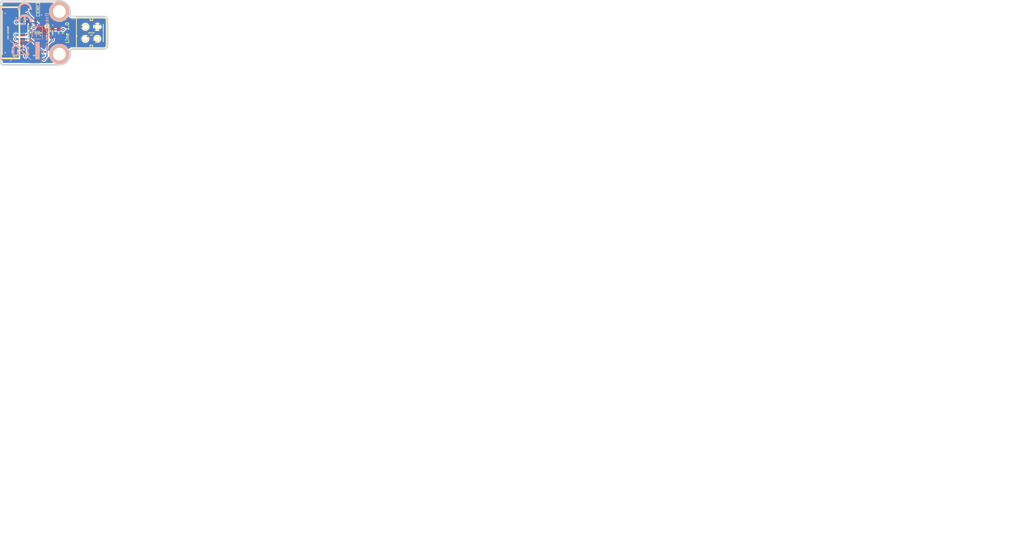
<source format=kicad_pcb>
(kicad_pcb (version 3) (host pcbnew "(2013-05-18 BZR 4017)-stable")
  (title_block (title "Line Bricklet") (rev 1.0) (company "Tinkerforge GmbH") (comment 1 "Licensed under CERN OHL v.1.1") (comment 2 "Copyright (©) 2013, B.Nordmeyer <bastian@tinkerforge.com>"))
  (layers (15 Vorderseite signal) (0 Rückseite signal hide) (18 B.Paste user) (19 F.Paste user) (20 B.SilkS user) (21 F.SilkS user) (22 B.Mask user) (23 F.Mask user) (28 Edge.Cuts user))
  (net 0 "")
  (net 1 +5V)
  (net 2 GND)
  (net 3 N-0000011)
  (net 4 N-0000014)
  (net 5 N-000002)
  (net 6 N-000003)
  (net 7 N-000006)
  (net 8 SCL)
  (net 9 SDA)
  (net 10 VCC)
  (module Logo_31x31m (layer Rückseite) (at 49.55 43.85 90)
    (fp_text reference G*** hide)
    (fp_text value LOGO hide)
  )
  (module SOIC8 (layer Vorderseite) (at 51.7 42.3 180)
    (fp_text reference U1 (at 3.29946 2.60096 180) (layer F.SilkS) (effects (font (size 0.29972 0.29972) (thickness 0.0762))))
    (fp_text value M24C64 (at 0 0 180) (layer F.SilkS) (effects (font (size 0.29972 0.29972) (thickness 0.0762))))
    (pad 1 smd rect (at -1.90246 2.69748) (size 0.59944 1.5494) (layers Vorderseite F.Paste F.Mask) (net 2 GND))
    (pad 2 smd rect (at -0.63246 2.69748) (size 0.59944 1.5494) (layers Vorderseite F.Paste F.Mask) (net 2 GND))
    (pad 3 smd rect (at 0.63246 2.69748) (size 0.59944 1.5494) (layers Vorderseite F.Paste F.Mask) (net 4 N-0000014))
    (pad 4 smd rect (at 1.90246 2.69748) (size 0.59944 1.5494) (layers Vorderseite F.Paste F.Mask) (net 2 GND))
    (pad 5 smd rect (at 1.90246 -2.69748 180) (size 0.59944 1.5494) (layers Vorderseite F.Paste F.Mask) (net 9 SDA))
    (pad 6 smd rect (at 0.63246 -2.69748 180) (size 0.59944 1.5494) (layers Vorderseite F.Paste F.Mask) (net 8 SCL))
    (pad 7 smd rect (at -0.63246 -2.69748 180) (size 0.59944 1.5494) (layers Vorderseite F.Paste F.Mask))
    (pad 8 smd rect (at -1.90246 -2.69748 180) (size 0.59944 1.5494) (layers Vorderseite F.Paste F.Mask) (net 10 VCC))
  )
  (module CON-SENSOR (layer Vorderseite) (at 43 42.3 270)
    (fp_text reference P1 (at 4.5 -2.7 270) (layer F.SilkS) (effects (font (size 0.3 0.3) (thickness 0.075))))
    (fp_text value CON-SENSOR (at 0 -1.6002 270) (layer F.SilkS) (effects (font (size 0.29972 0.29972) (thickness 0.07112))))
    (pad 1 smd rect (at -4.50088 -4.7752 270) (size 0.59944 1.5494) (layers Vorderseite F.Paste F.Mask) (net 1 +5V))
    (pad 2 smd rect (at -3.50012 -4.7752 270) (size 0.59944 1.5494) (layers Vorderseite F.Paste F.Mask) (net 2 GND))
    (pad 3 smd rect (at -2.49936 -4.7752 270) (size 0.59944 1.5494) (layers Vorderseite F.Paste F.Mask) (net 10 VCC))
    (pad 4 smd rect (at -1.50114 -4.7752 270) (size 0.59944 1.5494) (layers Vorderseite F.Paste F.Mask) (net 8 SCL))
    (pad 5 smd rect (at -0.50038 -4.7752 270) (size 0.59944 1.5494) (layers Vorderseite F.Paste F.Mask) (net 9 SDA))
    (pad 6 smd rect (at 0.50038 -4.7752 270) (size 0.59944 1.5494) (layers Vorderseite F.Paste F.Mask) (net 4 N-0000014))
    (pad 7 smd rect (at 1.50114 -4.7752 270) (size 0.59944 1.5494) (layers Vorderseite F.Paste F.Mask) (net 3 N-0000011))
    (pad 8 smd rect (at 2.49936 -4.7752 270) (size 0.59944 1.5494) (layers Vorderseite F.Paste F.Mask) (net 7 N-000006))
    (pad 9 smd rect (at 3.50012 -4.7752 270) (size 0.59944 1.5494) (layers Vorderseite F.Paste F.Mask))
    (pad 10 smd rect (at 4.50088 -4.7752 270) (size 0.59944 1.5494) (layers Vorderseite F.Paste F.Mask))
    (pad EP smd rect (at -5.79882 -0.89916 270) (size 1.19888 1.80086) (layers Vorderseite F.Paste F.Mask) (net 2 GND))
    (pad EP smd rect (at 5.79882 -0.89916 270) (size 1.19888 1.80086) (layers Vorderseite F.Paste F.Mask) (net 2 GND))
  )
  (module 0603 (layer Vorderseite) (at 55.05 42.3 90)
    (fp_text reference C1 (at 0 -1.00076 90) (layer F.SilkS) (effects (font (size 0.29972 0.29972) (thickness 0.0762))))
    (fp_text value 100nF (at 0 0 90) (layer F.SilkS) (effects (font (size 0.29972 0.29972) (thickness 0.0762))))
    (pad 1 smd rect (at -0.8001 0 90) (size 0.8001 0.8001) (layers Vorderseite F.Paste F.Mask) (net 10 VCC))
    (pad 2 smd rect (at 0.8001 0 90) (size 0.8001 0.8001) (layers Vorderseite F.Paste F.Mask) (net 2 GND))
  )
  (module 0603 (layer Vorderseite) (at 56.45 42.3 270)
    (fp_text reference R1 (at 0 -1.00076 270) (layer F.SilkS) (effects (font (size 0.29972 0.29972) (thickness 0.0762))))
    (fp_text value 100 (at 0 0 270) (layer F.SilkS) (effects (font (size 0.29972 0.29972) (thickness 0.0762))))
    (pad 1 smd rect (at -0.8001 0 270) (size 0.8001 0.8001) (layers Vorderseite F.Paste F.Mask) (net 1 +5V))
    (pad 2 smd rect (at 0.8001 0 270) (size 0.8001 0.8001) (layers Vorderseite F.Paste F.Mask) (net 6 N-000003))
  )
  (module SOT23GDS (layer Vorderseite) (at 51.6 36.85 90)
    (fp_text reference Q1 (at 0 -2.159 90) (layer F.SilkS) (effects (font (size 0.3 0.3) (thickness 0.075))))
    (fp_text value 2N7002P (at 0 0 90) (layer F.SilkS) (effects (font (size 0.3 0.3) (thickness 0.075))))
    (pad S smd rect (at -0.889 -1.016 90) (size 0.9144 0.9144) (layers Vorderseite F.Paste F.Mask) (net 2 GND))
    (pad G smd rect (at 0.889 -1.016 90) (size 0.9144 0.9144) (layers Vorderseite F.Paste F.Mask) (net 7 N-000006))
    (pad D smd rect (at 0 1.016 90) (size 0.9144 0.9144) (layers Vorderseite F.Paste F.Mask) (net 5 N-000002))
  )
  (module DRILL_NP (layer Vorderseite) (at 56.6 47.3)
    (fp_text reference U3 hide)
    (fp_text value DRILL hide)
    (pad "" thru_hole circle (at 0 0) (size 2.99974 2.99974) (drill 2.99974) (layers *.Cu *.SilkS *.Mask) (clearance 0.89916))
  )
  (module DRILL_NP (layer Vorderseite) (at 56.6 37.3)
    (fp_text reference U4 hide)
    (fp_text value DRILL hide)
    (pad "" thru_hole circle (at 0 0) (size 2.99974 2.99974) (drill 2.99974) (layers *.Cu *.SilkS *.Mask) (clearance 0.89916))
  )
  (module 0603X4 (layer Vorderseite) (at 50.85 47.65)
    (fp_text reference RP1 (at 0 0) (layer F.SilkS) (effects (font (size 0.29972 0.29972) (thickness 0.0762))))
    (fp_text value 10k (at 2.55016 -0.55118) (layer F.SilkS) (effects (font (size 0.29972 0.29972) (thickness 0.0762))))
    (pad 1 smd rect (at 1.19888 -0.8509) (size 0.44958 0.89916) (layers Vorderseite F.Paste F.Mask) (net 3 N-0000011))
    (pad 2 smd rect (at 0.39878 -0.8509) (size 0.44958 0.89916) (layers Vorderseite F.Paste F.Mask))
    (pad 3 smd rect (at -0.39878 -0.8509) (size 0.44958 0.89916) (layers Vorderseite F.Paste F.Mask))
    (pad 4 smd rect (at -1.19888 -0.8509) (size 0.44958 0.89916) (layers Vorderseite F.Paste F.Mask) (net 7 N-000006))
    (pad 5 smd rect (at -1.19888 0.8509) (size 0.44958 0.89916) (layers Vorderseite F.Paste F.Mask) (net 10 VCC))
    (pad 6 smd rect (at -0.39878 0.8509) (size 0.44958 0.89916) (layers Vorderseite F.Paste F.Mask) (net 10 VCC))
    (pad 7 smd rect (at 0.39878 0.8509) (size 0.44958 0.89916) (layers Vorderseite F.Paste F.Mask) (net 10 VCC))
    (pad 8 smd rect (at 1.19888 0.8509) (size 0.44958 0.89916) (layers Vorderseite F.Paste F.Mask) (net 10 VCC))
  )
  (module CE_5mm (layer Rückseite) (at 48.5 37.5 270)
    (fp_text reference VAL hide)
    (fp_text value CE_5mm hide)
  )
  (module WEEE_7mm (layer Rückseite) (at 48.5 46.5 90)
    (fp_text reference VAL hide)
    (fp_text value WEEE_7mm hide)
  )
  (module CNY70 (layer Vorderseite) (at 64.1 42.3)
    (fp_text reference U2 (at 0 0.5) (layer F.SilkS) (effects (font (size 0.3 0.3) (thickness 0.075))))
    (fp_text value CNY70 (at 0 0) (layer F.SilkS) (effects (font (size 0.3 0.3) (thickness 0.075))))
    (pad AN thru_hole circle (at -1.4 -1.4) (size 1.4 1.4) (drill 0.8) (layers *.Cu *.Mask F.SilkS) (net 6 N-000003))
    (pad CAT thru_hole circle (at -1.4 1.4) (size 1.4 1.4) (drill 0.8) (layers *.Cu *.Mask F.SilkS) (net 5 N-000002))
    (pad EM thru_hole circle (at 1.4 -1.4) (size 1.4 1.4) (drill 0.8) (layers *.Cu *.Mask F.SilkS) (net 2 GND))
    (pad COL thru_hole circle (at 1.4 1.4) (size 1.4 1.4) (drill 0.8) (layers *.Cu *.Mask F.SilkS) (net 3 N-0000011))
  )
  (gr_line (start 59.6 38.5) (end 67.1 38.5) (angle 90) (layer Edge.Cuts) (width 0.381))
  (gr_line (start 59.65 46.1) (end 67.1 46.1) (angle 90) (layer Edge.Cuts) (width 0.381))
  (gr_line (start 59.1 47.3) (end 59.1 46.6) (angle 90) (layer Edge.Cuts) (width 0.381))
  (gr_line (start 59.1 37.3) (end 59.1 38) (angle 90) (layer Edge.Cuts) (width 0.381))
  (gr_line (start 56.6 49.8) (end 43.4 49.8) (angle 90) (layer Edge.Cuts) (width 0.381))
  (gr_line (start 42.9 49.3) (end 42.9 35.3) (angle 90) (layer Edge.Cuts) (width 0.381))
  (gr_arc (start 43.4 49.3) (end 43.4 49.8) (angle 90) (layer Edge.Cuts) (width 0.381))
  (gr_line (start 56.6 34.8) (end 43.4 34.8) (angle 90) (layer Edge.Cuts) (width 0.381))
  (gr_arc (start 43.4 35.3) (end 42.9 35.3) (angle 90) (layer Edge.Cuts) (width 0.381))
  (gr_text tinkerforge.com (at 53.7 42.3 90) (layer B.SilkS) (effects (font (size 0.8 0.8)) (justify mirror)))
  (gr_arc (start 59.6 38) (end 59.1 38) (angle -90) (layer Edge.Cuts) (width 0.381))
  (gr_arc (start 59.6 46.6) (end 59.1 46.6) (angle 90) (layer Edge.Cuts) (width 0.381))
  (gr_line (start 67.9 45.3) (end 67.9 39.3) (angle 90) (layer Edge.Cuts) (width 0.381))
  (gr_arc (start 67.1 45.3) (end 67.9 45.3) (angle 90) (layer Edge.Cuts) (width 0.381))
  (gr_arc (start 67.1 39.3) (end 67.1 38.5) (angle 90) (layer Edge.Cuts) (width 0.381))
  (gr_arc (start 56.6 47.3) (end 59.1 47.3) (angle 90) (layer Edge.Cuts) (width 0.381))
  (gr_arc (start 56.6 37.3) (end 56.6 34.8) (angle 90) (layer Edge.Cuts) (width 0.381))
  (gr_text "Line 1.0" (at 58.45 42.3 90) (layer F.SilkS) (effects (font (size 0.8 0.8))))
  (segment (start 47.7752 37.79912) (end 49.19912 37.79912) (width 0.29972) (layer Vorderseite) (net 1))
  (segment (start 57.4999 41.4999) (end 56.45 41.4999) (width 0.29972) (layer Vorderseite) (net 1))
  (segment (start 57.5 41.5) (end 57.4999 41.4999) (width 0.29972) (layer Vorderseite) (net 1))
  (via (at 57.5 41.5) (size 0.70104) (layers Vorderseite Rückseite) (net 1))
  (segment (start 57.4 41.6) (end 57.5 41.5) (width 0.29972) (layer Rückseite) (net 1))
  (segment (start 53 41.6) (end 57.4 41.6) (width 0.29972) (layer Rückseite) (net 1))
  (segment (start 49.2 37.8) (end 53 41.6) (width 0.29972) (layer Rückseite) (net 1))
  (via (at 49.2 37.8) (size 0.70104) (layers Vorderseite Rückseite) (net 1))
  (segment (start 49.19912 37.79912) (end 49.2 37.8) (width 0.29972) (layer Vorderseite) (net 1))
  (segment (start 65.5 40.9) (end 65.25 40.9) (width 0.29972) (layer Rückseite) (net 2))
  (via (at 60.75 43.1) (size 0.70104) (layers Vorderseite Rückseite) (net 2))
  (segment (start 61.55 42.3) (end 60.75 43.1) (width 0.29972) (layer Rückseite) (net 2))
  (segment (start 63.85 42.3) (end 61.55 42.3) (width 0.29972) (layer Rückseite) (net 2))
  (segment (start 65.25 40.9) (end 63.85 42.3) (width 0.29972) (layer Rückseite) (net 2))
  (segment (start 60.45 39.7) (end 64.3 39.7) (width 0.29972) (layer Rückseite) (net 2))
  (segment (start 64.3 39.7) (end 65.5 40.9) (width 0.29972) (layer Rückseite) (net 2))
  (segment (start 52.33246 39.60252) (end 52.33246 42.76754) (width 0.29972) (layer Vorderseite) (net 2))
  (via (at 52.15 42.95) (size 0.70104) (layers Vorderseite Rückseite) (net 2))
  (segment (start 52.33246 42.76754) (end 52.15 42.95) (width 0.29972) (layer Vorderseite) (net 2))
  (segment (start 49.79754 39.60252) (end 49.50252 39.60252) (width 0.29972) (layer Vorderseite) (net 2))
  (segment (start 49.50252 39.60252) (end 49.05 39.15) (width 0.29972) (layer Vorderseite) (net 2))
  (segment (start 49.4 36.75) (end 48.95 36.75) (width 0.29972) (layer Rückseite) (net 2))
  (segment (start 48.69988 38.79988) (end 47.7752 38.79988) (width 0.29972) (layer Vorderseite) (net 2))
  (segment (start 49.05 39.15) (end 48.69988 38.79988) (width 0.29972) (layer Vorderseite) (net 2))
  (via (at 49.05 39.15) (size 0.70104) (layers Vorderseite Rückseite) (net 2))
  (segment (start 48.4 38.5) (end 49.05 39.15) (width 0.29972) (layer Rückseite) (net 2))
  (segment (start 48.4 37.3) (end 48.4 38.5) (width 0.29972) (layer Rückseite) (net 2))
  (segment (start 48.95 36.75) (end 48.4 37.3) (width 0.29972) (layer Rückseite) (net 2))
  (segment (start 50.584 37.739) (end 50.389 37.739) (width 0.29972) (layer Vorderseite) (net 2))
  (segment (start 50.75 38.1) (end 52.45 38.1) (width 0.29972) (layer Rückseite) (net 2))
  (segment (start 49.4 36.75) (end 50.75 38.1) (width 0.29972) (layer Rückseite) (net 2))
  (via (at 49.4 36.75) (size 0.70104) (layers Vorderseite Rückseite) (net 2))
  (segment (start 50.389 37.739) (end 49.4 36.75) (width 0.29972) (layer Vorderseite) (net 2))
  (segment (start 53.60246 39.60252) (end 53.60246 39.00246) (width 0.29972) (layer Vorderseite) (net 2))
  (segment (start 52.7 38.1) (end 52.45 38.1) (width 0.29972) (layer Vorderseite) (net 2))
  (segment (start 53.60246 39.00246) (end 52.7 38.1) (width 0.29972) (layer Vorderseite) (net 2))
  (segment (start 52.33246 39.60252) (end 52.33246 38.21754) (width 0.29972) (layer Vorderseite) (net 2))
  (segment (start 54.85 40.5) (end 55.05 40.5) (width 0.29972) (layer Rückseite) (net 2))
  (segment (start 52.45 38.1) (end 54.85 40.5) (width 0.29972) (layer Rückseite) (net 2))
  (via (at 52.45 38.1) (size 0.70104) (layers Vorderseite Rückseite) (net 2))
  (segment (start 52.33246 38.21754) (end 52.45 38.1) (width 0.29972) (layer Vorderseite) (net 2))
  (segment (start 55.05 41.4999) (end 55.05 40.5) (width 0.29972) (layer Vorderseite) (net 2))
  (segment (start 59.9 40.25) (end 60.45 39.7) (width 0.29972) (layer Rückseite) (net 2))
  (segment (start 55.3 40.25) (end 59.9 40.25) (width 0.29972) (layer Rückseite) (net 2))
  (segment (start 55.05 40.5) (end 55.3 40.25) (width 0.29972) (layer Rückseite) (net 2))
  (via (at 55.05 40.5) (size 0.70104) (layers Vorderseite Rückseite) (net 2))
  (segment (start 43.9 37.75) (end 43.9 46.95) (width 0.29972) (layer Rückseite) (net 2))
  (segment (start 43.89916 46.95084) (end 43.89916 48.09882) (width 0.29972) (layer Vorderseite) (net 2))
  (segment (start 43.9 46.95) (end 43.89916 46.95084) (width 0.29972) (layer Vorderseite) (net 2))
  (via (at 43.9 46.95) (size 0.70104) (layers Vorderseite Rückseite) (net 2))
  (segment (start 47.7752 38.79988) (end 46.50012 38.79988) (width 0.29972) (layer Vorderseite) (net 2))
  (segment (start 46.50012 38.79988) (end 46.5 38.8) (width 0.29972) (layer Vorderseite) (net 2))
  (via (at 46.5 38.8) (size 0.70104) (layers Vorderseite Rückseite) (net 2))
  (segment (start 46.5 38.8) (end 45.45 37.75) (width 0.29972) (layer Rückseite) (net 2))
  (segment (start 45.45 37.75) (end 43.9 37.75) (width 0.29972) (layer Rückseite) (net 2))
  (segment (start 43.89916 37.74916) (end 43.89916 36.50118) (width 0.29972) (layer Vorderseite) (net 2))
  (segment (start 43.9 37.75) (end 43.89916 37.74916) (width 0.29972) (layer Vorderseite) (net 2))
  (via (at 43.9 37.75) (size 0.70104) (layers Vorderseite Rückseite) (net 2))
  (segment (start 58.3 45) (end 64.2 45) (width 0.29972) (layer Vorderseite) (net 3))
  (segment (start 64.2 45) (end 65.5 43.7) (width 0.29972) (layer Vorderseite) (net 3))
  (segment (start 53.4 46.8) (end 52.9 46.8) (width 0.29972) (layer Vorderseite) (net 3))
  (segment (start 55.75 44.45) (end 53.4 46.8) (width 0.29972) (layer Vorderseite) (net 3))
  (segment (start 57.75 44.45) (end 55.75 44.45) (width 0.29972) (layer Vorderseite) (net 3))
  (segment (start 58.3 45) (end 57.75 44.45) (width 0.29972) (layer Vorderseite) (net 3))
  (segment (start 52.04888 46.7991) (end 52.8991 46.7991) (width 0.29972) (layer Vorderseite) (net 3))
  (segment (start 46.45114 43.80114) (end 47.7752 43.80114) (width 0.29972) (layer Vorderseite) (net 3))
  (segment (start 46.4 43.75) (end 46.45114 43.80114) (width 0.29972) (layer Vorderseite) (net 3))
  (via (at 46.4 43.75) (size 0.70104) (layers Vorderseite Rückseite) (net 3))
  (segment (start 49.85 43.75) (end 46.4 43.75) (width 0.29972) (layer Rückseite) (net 3))
  (segment (start 52.9 46.8) (end 49.85 43.75) (width 0.29972) (layer Rückseite) (net 3))
  (via (at 52.9 46.8) (size 0.70104) (layers Vorderseite Rückseite) (net 3))
  (segment (start 52.8991 46.7991) (end 52.9 46.8) (width 0.29972) (layer Vorderseite) (net 3))
  (segment (start 51.06754 39.60252) (end 51.06754 40.63246) (width 0.29972) (layer Vorderseite) (net 4))
  (segment (start 46.40038 42.80038) (end 47.7752 42.80038) (width 0.29972) (layer Vorderseite) (net 4))
  (segment (start 46.4 42.8) (end 46.40038 42.80038) (width 0.29972) (layer Vorderseite) (net 4))
  (via (at 46.4 42.8) (size 0.70104) (layers Vorderseite Rückseite) (net 4))
  (segment (start 48.9 42.8) (end 46.4 42.8) (width 0.29972) (layer Rückseite) (net 4))
  (segment (start 50.65 41.05) (end 48.9 42.8) (width 0.29972) (layer Rückseite) (net 4))
  (via (at 50.65 41.05) (size 0.70104) (layers Vorderseite Rückseite) (net 4))
  (segment (start 51.06754 40.63246) (end 50.65 41.05) (width 0.29972) (layer Vorderseite) (net 4))
  (segment (start 62.05 39.5) (end 63.3 39.5) (width 0.29972) (layer Vorderseite) (net 5))
  (segment (start 64.05 42.35) (end 62.7 43.7) (width 0.29972) (layer Vorderseite) (net 5))
  (segment (start 64.05 40.25) (end 64.05 42.35) (width 0.29972) (layer Vorderseite) (net 5))
  (segment (start 63.3 39.5) (end 64.05 40.25) (width 0.29972) (layer Vorderseite) (net 5))
  (segment (start 52.616 36.85) (end 53.15 36.85) (width 0.29972) (layer Vorderseite) (net 5))
  (segment (start 60.65 39.5) (end 62.05 39.5) (width 0.29972) (layer Vorderseite) (net 5))
  (segment (start 60.1 40.05) (end 60.65 39.5) (width 0.29972) (layer Vorderseite) (net 5))
  (segment (start 55.65 40.05) (end 60.1 40.05) (width 0.29972) (layer Vorderseite) (net 5))
  (segment (start 53.85 38.25) (end 55.65 40.05) (width 0.29972) (layer Vorderseite) (net 5))
  (segment (start 53.85 37.55) (end 53.85 38.25) (width 0.29972) (layer Vorderseite) (net 5))
  (segment (start 53.15 36.85) (end 53.85 37.55) (width 0.29972) (layer Vorderseite) (net 5))
  (segment (start 61.25 40.9) (end 62.7 40.9) (width 0.29972) (layer Vorderseite) (net 6))
  (segment (start 59.0499 43.1001) (end 61.25 40.9) (width 0.29972) (layer Vorderseite) (net 6))
  (segment (start 56.45 43.1001) (end 59.0499 43.1001) (width 0.29972) (layer Vorderseite) (net 6))
  (segment (start 50.584 35.961) (end 46.839 35.961) (width 0.29972) (layer Vorderseite) (net 7))
  (segment (start 44.7 43.1) (end 46.4 44.8) (width 0.29972) (layer Vorderseite) (net 7))
  (segment (start 44.7 38.1) (end 44.7 43.1) (width 0.29972) (layer Vorderseite) (net 7))
  (segment (start 46.839 35.961) (end 44.7 38.1) (width 0.29972) (layer Vorderseite) (net 7))
  (segment (start 49.65112 46.7991) (end 49.6009 46.7991) (width 0.29972) (layer Vorderseite) (net 7))
  (segment (start 46.40064 44.79936) (end 47.7752 44.79936) (width 0.29972) (layer Vorderseite) (net 7))
  (segment (start 46.4 44.8) (end 46.40064 44.79936) (width 0.29972) (layer Vorderseite) (net 7))
  (via (at 46.4 44.8) (size 0.70104) (layers Vorderseite Rückseite) (net 7))
  (segment (start 47.3 44.8) (end 46.4 44.8) (width 0.29972) (layer Rückseite) (net 7))
  (segment (start 48.6 46.1) (end 47.3 44.8) (width 0.29972) (layer Rückseite) (net 7))
  (segment (start 48.6 47.7) (end 48.6 46.1) (width 0.29972) (layer Rückseite) (net 7))
  (segment (start 48.65 47.75) (end 48.6 47.7) (width 0.29972) (layer Rückseite) (net 7))
  (via (at 48.65 47.75) (size 0.70104) (layers Vorderseite Rückseite) (net 7))
  (segment (start 49.6009 46.7991) (end 48.65 47.75) (width 0.29972) (layer Vorderseite) (net 7))
  (segment (start 47.7752 40.79886) (end 48.99886 40.79886) (width 0.29972) (layer Vorderseite) (net 8))
  (segment (start 51.06754 42.86754) (end 51.06754 44.99748) (width 0.29972) (layer Vorderseite) (net 8))
  (segment (start 48.99886 40.79886) (end 51.06754 42.86754) (width 0.29972) (layer Vorderseite) (net 8))
  (segment (start 49.79754 44.99748) (end 49.79754 42.79754) (width 0.29972) (layer Vorderseite) (net 9))
  (segment (start 48.79962 41.79962) (end 47.7752 41.79962) (width 0.29972) (layer Vorderseite) (net 9))
  (segment (start 49.79754 42.79754) (end 48.79962 41.79962) (width 0.29972) (layer Vorderseite) (net 9))
  (segment (start 52.04888 48.5009) (end 52.9991 48.5009) (width 0.29972) (layer Vorderseite) (net 10))
  (segment (start 53.7 45.2) (end 54.95 43.95) (width 0.29972) (layer Rückseite) (net 10))
  (segment (start 53.7 47.8) (end 53.7 45.2) (width 0.29972) (layer Rückseite) (net 10))
  (segment (start 53 48.5) (end 53.7 47.8) (width 0.29972) (layer Rückseite) (net 10))
  (via (at 53 48.5) (size 0.70104) (layers Vorderseite Rückseite) (net 10))
  (segment (start 52.9991 48.5009) (end 53 48.5) (width 0.29972) (layer Vorderseite) (net 10))
  (segment (start 51.24878 48.5009) (end 51.24878 48.99878) (width 0.29972) (layer Vorderseite) (net 10))
  (segment (start 51.24878 48.99878) (end 51.5 49.25) (width 0.29972) (layer Vorderseite) (net 10))
  (segment (start 50.45122 48.5009) (end 50.45122 49.25) (width 0.29972) (layer Vorderseite) (net 10))
  (segment (start 50.45122 49.25) (end 50.45 49.25) (width 0.29972) (layer Vorderseite) (net 10))
  (segment (start 49.65112 48.5009) (end 49.65112 49.14888) (width 0.29972) (layer Vorderseite) (net 10))
  (segment (start 52.04888 49.05112) (end 52.04888 48.5009) (width 0.29972) (layer Vorderseite) (net 10))
  (segment (start 51.85 49.25) (end 52.04888 49.05112) (width 0.29972) (layer Vorderseite) (net 10))
  (segment (start 49.75224 49.25) (end 50.45 49.25) (width 0.29972) (layer Vorderseite) (net 10))
  (segment (start 50.45 49.25) (end 51.5 49.25) (width 0.29972) (layer Vorderseite) (net 10))
  (segment (start 51.5 49.25) (end 51.85 49.25) (width 0.29972) (layer Vorderseite) (net 10))
  (segment (start 49.65112 49.14888) (end 49.75224 49.25) (width 0.29972) (layer Vorderseite) (net 10))
  (segment (start 55.05 43.1001) (end 55.05 43.85) (width 0.29972) (layer Vorderseite) (net 10))
  (segment (start 55.05 43.85) (end 54.95 43.95) (width 0.29972) (layer Vorderseite) (net 10))
  (via (at 54.95 43.95) (size 0.70104) (layers Vorderseite Rückseite) (net 10))
  (segment (start 46.50064 39.80064) (end 47.7752 39.80064) (width 0.29972) (layer Vorderseite) (net 10))
  (segment (start 54.95 43.95) (end 53.25 42.25) (width 0.29972) (layer Rückseite) (net 10))
  (segment (start 53.25 42.25) (end 52.9 42.25) (width 0.29972) (layer Rückseite) (net 10))
  (segment (start 52.9 42.25) (end 50.55 39.9) (width 0.29972) (layer Rückseite) (net 10))
  (segment (start 50.55 39.9) (end 46.6 39.9) (width 0.29972) (layer Rückseite) (net 10))
  (segment (start 46.6 39.9) (end 46.5 39.8) (width 0.29972) (layer Rückseite) (net 10))
  (via (at 46.5 39.8) (size 0.70104) (layers Vorderseite Rückseite) (net 10))
  (segment (start 46.5 39.8) (end 46.50064 39.80064) (width 0.29972) (layer Vorderseite) (net 10))
  (segment (start 55.05 43.1001) (end 53.9499 43.1001) (width 0.29972) (layer Vorderseite) (net 10))
  (segment (start 53.60246 43.44754) (end 53.60246 44.99748) (width 0.29972) (layer Vorderseite) (net 10))
  (segment (start 53.9499 43.1001) (end 53.60246 43.44754) (width 0.29972) (layer Vorderseite) (net 10))
  (zone (net 2) (net_name GND) (layer Vorderseite) (connect_pads (clearance 0.24892)) (min_thickness 0.24892) (fill (arc_segments 16) (thermal_gap 0.29972) (thermal_bridge_width 0.29972))
    (polygon (pts (xy 42.9 34.8) (xy 59.1 34.8) (xy 59.1 38.5) (xy 67.9 38.5) (xy 67.9 46.1) (xy 59.1 46.1) (xy 59.1 49.8) (xy 42.9 49.8)))
  )
  (zone (net 2) (net_name GND) (layer Rückseite) (connect_pads (clearance 0.24892)) (min_thickness 0.24892) (fill (arc_segments 16) (thermal_gap 0.29972) (thermal_bridge_width 0.29972))
    (polygon (pts (xy 42.9 49.8) (xy 42.9 34.8) (xy 59.1 34.8) (xy 59.1 38.5) (xy 67.9 38.5) (xy 67.9 46.1) (xy 59.1 46.1) (xy 59.1 49.8)))
  )
)
</source>
